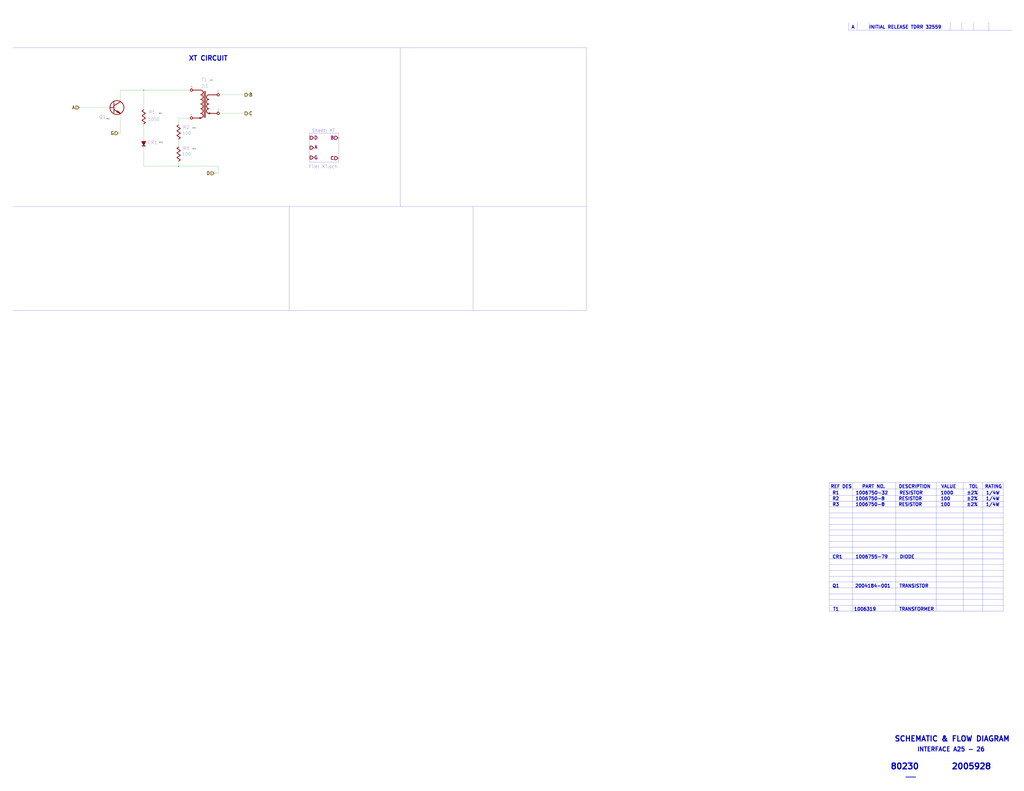
<source format=kicad_sch>
(kicad_sch (version 20211123) (generator eeschema)
  (paper "E")
  (lib_symbols
    (symbol "AGC_DSKY:Diode" (pin_numbers hide) (pin_names (offset 1.016) hide)
      (property "Reference" "CR" (at 0 5.08 0))
      (symbol "Diode_0_1"
        (polyline (pts (xy -2.54 -1.27) (xy -2.54 -1.905)) (stroke (width 0.762)))
        (polyline (pts (xy -2.54 1.27) (xy -2.54 -1.27)) (stroke (width 0.762)))
        (polyline (pts (xy -2.54 1.27) (xy -2.54 1.905)) (stroke (width 0.762)))
        (polyline (pts (xy -2.54 0) (xy 2.54 -2.54) (xy 2.54 2.54) (xy -2.54 0)) (stroke (width 0.2032)) (fill (type outline)))
      )
      (symbol "Diode_1_1"
        (pin passive line (at -5.08 0 0) (length 2.54) (name "K") (number "1"))
        (pin passive line (at 5.08 0 180) (length 2.54) (name "A") (number "2"))
      )
    )
    (symbol "AGC_DSKY:HierBody" (pin_numbers hide) (pin_names (offset 0) hide)
      (symbol "HierBody_0_1"
        (polyline (pts (xy 1.905 0) (xy -0.127 -1.778) (xy -1.905 -1.778) (xy -1.905 1.778) (xy -0.127 1.778) (xy 1.905 0)) (stroke (width 0.762)))
      )
    )
    (symbol "AGC_DSKY:Resistor" (pin_numbers hide) (pin_names (offset 0) hide)
      (property "Reference" "R" (at -0.635 -4.445 0))
      (symbol "Resistor_0_1"
        (polyline (pts (xy -7.62 0) (xy -6.35 -1.905) (xy -3.81 1.905) (xy -1.27 -1.905) (xy 1.27 1.905) (xy 3.81 -1.905) (xy 6.35 1.905) (xy 7.62 0)) (stroke (width 0.762)))
      )
      (symbol "Resistor_1_1"
        (pin passive line (at -10.16 0 0) (length 2.54) (name "1") (number "1"))
        (pin passive line (at 10.16 0 180) (length 2.54) (name "2") (number "2"))
      )
    )
    (symbol "AGC_DSKY:Transformer" (pin_numbers hide) (pin_names (offset 0) hide)
      (property "Reference" "T" (at 0.635 24.13 0))
      (symbol "Transformer_0_0"
        (circle (center -14.605 -15.24) (radius 1.27) (stroke (width 0.762)))
        (circle (center -14.605 15.24) (radius 1.27) (stroke (width 0.762)))
        (arc (start -4.445 -15.24) (mid -1.905 -12.7) (end -4.445 -10.16) (stroke (width 0.762)))
        (arc (start -4.445 -10.16) (mid -1.905 -7.62) (end -4.445 -5.08) (stroke (width 0.762)))
        (arc (start -4.445 -5.08) (mid -1.905 -2.54) (end -4.445 0) (stroke (width 0.762)))
        (arc (start -4.445 0) (mid -1.905 2.54) (end -4.445 5.08) (stroke (width 0.762)))
        (arc (start -4.445 5.08) (mid -1.905 7.62) (end -4.445 10.16) (stroke (width 0.762)))
        (arc (start -4.445 10.16) (mid -1.905 12.7) (end -4.445 15.24) (stroke (width 0.762)))
        (polyline (pts (xy -4.445 -15.24) (xy -13.335 -15.24)) (stroke (width 0.762)))
        (polyline (pts (xy -4.445 15.24) (xy -13.335 15.24)) (stroke (width 0.762)))
        (polyline (pts (xy -0.635 13.97) (xy -0.635 -14.605)) (stroke (width 0.762)))
        (polyline (pts (xy 4.445 -10.16) (xy 13.335 -10.16)) (stroke (width 0.762)))
        (polyline (pts (xy 13.335 10.16) (xy 4.445 10.16)) (stroke (width 0.762)))
        (circle (center 14.605 -10.16) (radius 1.27) (stroke (width 0.762)))
        (circle (center 14.605 10.16) (radius 1.27) (stroke (width 0.762)))
        (text "1" (at 14.605 13.335 0) (effects (font (size 2.54 2.54))))
        (text "2" (at 14.605 -6.985 0) (effects (font (size 2.54 2.54))))
        (text "3" (at -14.605 18.415 0) (effects (font (size 2.54 2.54))))
        (text "4" (at -14.605 -12.065 0) (effects (font (size 2.54 2.54))))
      )
      (symbol "Transformer_0_1"
        (rectangle (start -4.445 -14.605) (end -5.715 -15.875) (stroke (width 0.4064)) (fill (type outline)))
      )
      (symbol "Transformer_0_2"
        (polyline (pts (xy -4.445 15.875) (xy -4.445 14.605) (xy -5.715 14.605) (xy -5.715 15.875) (xy -4.445 15.875)) (stroke (width 0.762)))
        (polyline (pts (xy 4.445 10.795) (xy 4.445 9.525) (xy 5.715 9.525) (xy 5.715 10.795) (xy 4.445 10.795)) (stroke (width 0.762)))
      )
      (symbol "Transformer_1_0"
        (polyline (pts (xy 0.635 -14.605) (xy 0.635 13.97)) (stroke (width 0.762)))
        (arc (start 4.445 -5.08) (mid 1.905 -7.62) (end 4.445 -10.16) (stroke (width 0.762)))
        (arc (start 4.445 0) (mid 1.905 -2.54) (end 4.445 -5.08) (stroke (width 0.762)))
        (arc (start 4.445 5.08) (mid 1.905 2.54) (end 4.445 0) (stroke (width 0.762)))
        (arc (start 4.445 10.16) (mid 1.905 7.62) (end 4.445 5.08) (stroke (width 0.762)))
        (pin passive line (at -15.875 15.24 0) (length 0) (name "3") (number "3"))
      )
      (symbol "Transformer_1_1"
        (rectangle (start 4.445 -10.795) (end 5.715 -9.525) (stroke (width 0.4064)) (fill (type outline)))
        (pin passive line (at 15.875 10.16 180) (length 0) (name "1") (number "1"))
        (pin passive line (at 15.875 -10.16 180) (length 0) (name "2") (number "2"))
        (pin passive line (at -15.875 -15.24 0) (length 0) (name "4") (number "4"))
      )
      (symbol "Transformer_1_2"
        (pin passive line (at 15.875 10.16 180) (length 0) (name "1") (number "1"))
        (pin passive line (at 15.875 -10.16 180) (length 0) (name "2") (number "2"))
        (pin passive line (at -15.875 15.24 0) (length 0) (name "3") (number "3"))
        (pin passive line (at -15.875 -15.24 0) (length 0) (name "4") (number "4"))
      )
    )
    (symbol "AGC_DSKY:Transistor-NPN" (pin_numbers hide) (pin_names (offset 0) hide)
      (property "Reference" "Q" (at 0 10.541 0))
      (symbol "Transistor-NPN_0_1"
        (polyline (pts (xy -3.302 -2.032) (xy 3.81 -6.35)) (stroke (width 0.762)))
        (polyline (pts (xy -3.302 2.032) (xy 3.81 6.35)) (stroke (width 0.762)))
        (polyline (pts (xy -3.302 5.969) (xy -3.302 -5.715)) (stroke (width 0.762)))
        (polyline (pts (xy -3.302 0) (xy -7.62 0) (xy -7.493 0)) (stroke (width 0.762)))
        (polyline (pts (xy -0.127 -4.826) (xy 0.635 -3.556) (xy 3.81 -6.35) (xy -0.254 -4.953)) (stroke (width 0.762)) (fill (type outline)))
        (circle (center 0 0) (radius 7.62) (stroke (width 0.762)))
      )
      (symbol "Transistor-NPN_1_1"
        (pin passive line (at 3.81 6.35 180) (length 0) (name "C") (number "1"))
        (pin passive line (at -7.62 0 0) (length 0) (name "B") (number "2"))
        (pin passive line (at 3.81 -6.35 180) (length 0) (name "E") (number "3"))
      )
    )
  )
  (junction (at 194.945 181.61))
  (junction (at 156.845 98.425))
  (polyline (pts (xy 905.0528 527.0754) (xy 1094.9178 527.0754)) (stroke (width 0) (type solid)))
  (polyline (pts (xy 315.595 225.425) (xy 315.595 339.09)) (stroke (width 0) (type solid)))
  (polyline (pts (xy 905.0528 654.7104) (xy 1094.9178 654.7104)) (stroke (width 0) (type solid)))
  (polyline (pts (xy 337.82 177.165) (xy 369.57 177.165)) (stroke (width 0) (type solid)))
  (wire (pts (xy 120.015 117.475) (xy 86.36 117.475)))
  (polyline (pts (xy 1049.8074 32.9946) (xy 1049.8074 24.7396)) (stroke (width 0.1524) (type solid)))
  (polyline (pts (xy 436.88 224.79) (xy 437.515 224.79)))
  (wire (pts (xy 194.945 158.115) (xy 194.945 154.305)))
  (wire (pts (xy 131.445 111.125) (xy 131.445 98.425)))
  (wire (pts (xy 194.945 128.905) (xy 207.645 128.905)))
  (wire (pts (xy 238.125 189.23) (xy 233.68 189.23)))
  (polyline (pts (xy 930.4528 527.0754) (xy 930.4528 667.4104)) (stroke (width 0) (type solid)))
  (polyline (pts (xy 1062.5074 32.9946) (xy 1062.5074 24.7396)) (stroke (width 0.1524) (type solid)))
  (wire (pts (xy 238.125 181.61) (xy 238.125 189.23)))
  (wire (pts (xy 239.395 123.825) (xy 267.335 123.825)))
  (polyline (pts (xy 1104.9 33.02) (xy 926.1094 33.02)) (stroke (width 0.1524) (type solid)))
  (polyline (pts (xy 1037.1074 32.9946) (xy 1037.1074 24.7396)) (stroke (width 0.1524) (type solid)))
  (polyline (pts (xy 935.7106 33.02) (xy 935.7106 24.765)) (stroke (width 0.1524) (type solid)))
  (polyline (pts (xy 13.97 339.09) (xy 640.08 339.09)) (stroke (width 0) (type solid)))
  (polyline (pts (xy 1072.6928 527.0754) (xy 1072.6928 667.4104)) (stroke (width 0) (type solid)))
  (polyline (pts (xy 13.97 225.425) (xy 640.08 225.425)) (stroke (width 0) (type solid)))
  (wire (pts (xy 128.905 145.415) (xy 131.445 145.415)))
  (polyline (pts (xy 905.0528 565.8104) (xy 1094.9178 565.8104)) (stroke (width 0) (type solid)))
  (wire (pts (xy 156.845 137.795) (xy 156.845 151.765)))
  (wire (pts (xy 131.445 98.425) (xy 156.845 98.425)))
  (polyline (pts (xy 948.69 32.9946) (xy 948.69 24.7396)) (stroke (width 0.1524) (type solid)))
  (polyline (pts (xy 905.0528 578.5104) (xy 1094.9178 578.5104)) (stroke (width 0) (type solid)))
  (polyline (pts (xy 926.1094 33.02) (xy 926.1094 24.765)) (stroke (width 0.1524) (type solid)))
  (polyline (pts (xy 905.0528 616.6104) (xy 1094.9178 616.6104)) (stroke (width 0) (type solid)))
  (polyline (pts (xy 369.57 145.415) (xy 337.82 145.415)) (stroke (width 0) (type solid)))
  (polyline (pts (xy 905.0528 642.0104) (xy 1094.9178 642.0104)) (stroke (width 0) (type solid)))
  (polyline (pts (xy 1094.9178 534.0604) (xy 905.0528 534.0604)) (stroke (width 0) (type solid)))
  (wire (pts (xy 194.945 181.61) (xy 238.125 181.61)))
  (polyline (pts (xy 1094.9178 622.9604) (xy 905.0528 622.9604)) (stroke (width 0) (type solid)))
  (polyline (pts (xy 1094.9178 661.0604) (xy 905.0528 661.0604)) (stroke (width 0) (type solid)))
  (polyline (pts (xy 905.0528 541.0454) (xy 1094.9178 541.0454)) (stroke (width 0) (type solid)))
  (polyline (pts (xy 905.0528 629.3104) (xy 1094.9178 629.3104)) (stroke (width 0) (type solid)))
  (polyline (pts (xy 1094.9178 597.5604) (xy 905.0528 597.5604)) (stroke (width 0) (type solid)))
  (polyline (pts (xy 905.0528 572.7954) (xy 1094.9178 572.7954)) (stroke (width 0) (type solid)))
  (wire (pts (xy 194.945 133.985) (xy 194.945 128.905)))
  (polyline (pts (xy 905.0528 667.4104) (xy 1094.9178 667.4104)) (stroke (width 0) (type solid)))
  (polyline (pts (xy 516.255 225.425) (xy 516.255 339.09)) (stroke (width 0) (type solid)))
  (polyline (pts (xy 977.4428 527.0754) (xy 977.4428 667.4104)) (stroke (width 0) (type solid)))
  (polyline (pts (xy 13.97 52.07) (xy 640.08 52.07)) (stroke (width 0) (type solid)))
  (polyline (pts (xy 369.57 177.165) (xy 369.57 145.415)) (stroke (width 0) (type solid)))
  (polyline (pts (xy 905.0528 527.0754) (xy 905.0528 667.4104)) (stroke (width 0) (type solid)))
  (polyline (pts (xy 640.08 52.07) (xy 640.08 339.09)) (stroke (width 0) (type solid)))
  (polyline (pts (xy 905.0528 591.2104) (xy 1094.9178 591.2104)) (stroke (width 0) (type solid)))
  (polyline (pts (xy 436.88 52.07) (xy 436.88 224.79)) (stroke (width 0) (type solid)))
  (wire (pts (xy 156.845 98.425) (xy 156.845 117.475)))
  (polyline (pts (xy 1094.9178 547.3954) (xy 905.0528 547.3954)) (stroke (width 0) (type solid)))
  (polyline (pts (xy 1094.9178 610.2604) (xy 905.0528 610.2604)) (stroke (width 0) (type solid)))
  (polyline (pts (xy 905.0528 553.7454) (xy 1094.9178 553.7454)) (stroke (width 0) (type solid)))
  (polyline (pts (xy 1021.8928 527.0754) (xy 1021.8928 667.4104)) (stroke (width 0) (type solid)))
  (polyline (pts (xy 1094.9178 648.3604) (xy 905.0528 648.3604)) (stroke (width 0) (type solid)))
  (wire (pts (xy 156.845 161.925) (xy 156.845 181.61)))
  (wire (pts (xy 194.945 178.435) (xy 194.945 181.61)))
  (wire (pts (xy 131.445 145.415) (xy 131.445 123.825)))
  (polyline (pts (xy 1094.9178 527.0754) (xy 1094.9178 667.4104)) (stroke (width 0) (type solid)))
  (polyline (pts (xy 1094.9178 560.0954) (xy 905.0528 560.0954)) (stroke (width 0) (type solid)))
  (polyline (pts (xy 1094.9178 635.6604) (xy 905.0528 635.6604)) (stroke (width 0) (type solid)))
  (polyline (pts (xy 1051.1028 527.0754) (xy 1051.1028 667.4104)) (stroke (width 0) (type solid)))
  (polyline (pts (xy 337.82 145.415) (xy 337.82 177.165)) (stroke (width 0) (type solid)))
  (wire (pts (xy 267.335 103.505) (xy 239.395 103.505)))
  (wire (pts (xy 156.845 98.425) (xy 207.645 98.425)))
  (polyline (pts (xy 905.0528 584.8604) (xy 1094.9178 584.8604)) (stroke (width 0) (type solid)))
  (polyline (pts (xy 905.0528 603.9104) (xy 1094.9178 603.9104)) (stroke (width 0) (type solid)))
  (polyline (pts (xy 1078.992 32.9946) (xy 1078.992 24.7396)) (stroke (width 0.1524) (type solid)))
  (polyline (pts (xy 437.515 224.79) (xy 437.515 225.425)))
  (wire (pts (xy 156.845 181.61) (xy 194.945 181.61)))
  (text "A      INITIAL RELEASE TDRR 32559" (at 929.005 31.75 0) (effects (font (size 3.556 3.556) (thickness 0.7112) bold) (justify left bottom)))
  (text "R1" (at 908.2278 540.4104 0) (effects (font (size 3.556 3.556) (thickness 0.7112) bold) (justify left bottom)))
  (text "R2" (at 908.2278 546.7604 0) (effects (font (size 3.556 3.556) (thickness 0.7112) bold) (justify left bottom)))
  (text "1006319" (at 931.7228 667.4104 0) (effects (font (size 3.556 3.556) (thickness 0.7112) bold) (justify left bottom)))
  (text "RESISTOR" (at 980.44 553.085 0) (effects (font (size 3.556 3.556) (thickness 0.7112) bold) (justify left bottom)))
  (text "100" (at 1026.3378 546.7604 0) (effects (font (size 3.556 3.556) (thickness 0.7112) bold) (justify left bottom)))
  (text "100" (at 1026.3378 553.1104 0) (effects (font (size 3.556 3.556) (thickness 0.7112) bold) (justify left bottom)))
  (text "PART NO." (at 940.6128 533.4254 0) (effects (font (size 3.556 3.556) (thickness 0.7112) bold) (justify left bottom)))
  (text "1006755-79" (at 933.45 610.235 0) (effects (font (size 3.556 3.556) (thickness 0.7112) bold) (justify left bottom)))
  (text "±2%" (at 1054.735 546.735 0) (effects (font (size 3.556 3.556) (thickness 0.7112) bold) (justify left bottom)))
  (text "R3" (at 908.2278 553.1104 0) (effects (font (size 3.556 3.556) (thickness 0.7112) bold) (justify left bottom)))
  (text "±2%" (at 1054.9128 540.4104 0) (effects (font (size 3.556 3.556) (thickness 0.7112) bold) (justify left bottom)))
  (text "1/4W" (at 1075.8678 540.4104 0) (effects (font (size 3.556 3.556) (thickness 0.7112) bold) (justify left bottom)))
  (text "1006750-32" (at 933.6278 540.4104 0) (effects (font (size 3.556 3.556) (thickness 0.7112) bold) (justify left bottom)))
  (text "XT CIRCUIT" (at 205.74 66.675 0) (effects (font (size 5.08 5.08) (thickness 1.016) bold) (justify left bottom)))
  (text "CR1" (at 908.2278 610.2604 0) (effects (font (size 3.556 3.556) (thickness 0.7112) bold) (justify left bottom)))
  (text "1006750-8" (at 933.45 546.735 0) (effects (font (size 3.556 3.556) (thickness 0.7112) bold) (justify left bottom)))
  (text "VALUE" (at 1026.9728 533.4254 0) (effects (font (size 3.556 3.556) (thickness 0.7112) bold) (justify left bottom)))
  (text "TRANSFORMER" (at 981.075 667.385 0) (effects (font (size 3.556 3.556) (thickness 0.7112) bold) (justify left bottom)))
  (text "INTERFACE A25 - 26" (at 1000.76 821.055 0) (effects (font (size 4.572 4.572) (thickness 0.9144) bold) (justify left bottom)))
  (text "Q1" (at 908.2278 642.0104 0) (effects (font (size 3.556 3.556) (thickness 0.7112) bold) (justify left bottom)))
  (text "±2%" (at 1054.735 553.085 0) (effects (font (size 3.556 3.556) (thickness 0.7112) bold) (justify left bottom)))
  (text "DIODE" (at 981.71 610.235 0) (effects (font (size 3.556 3.556) (thickness 0.7112) bold) (justify left bottom)))
  (text "TRANSISTOR" (at 981.2528 642.0104 0) (effects (font (size 3.556 3.556) (thickness 0.7112) bold) (justify left bottom)))
  (text "2005928" (at 1038.225 840.74 0) (effects (font (size 6.35 6.35) (thickness 1.27) bold) (justify left bottom)))
  (text "Sheet: XT" (at 365.76 144.78 180) (effects (font (size 3.556 3.556)) (justify right bottom)))
  (text "REF DES" (at 906.3228 533.4254 0) (effects (font (size 3.556 3.556) (thickness 0.7112) bold) (justify left bottom)))
  (text "1/4W" (at 1075.69 546.735 0) (effects (font (size 3.556 3.556) (thickness 0.7112) bold) (justify left bottom)))
  (text "TOL" (at 1057.4528 533.4254 0) (effects (font (size 3.556 3.556) (thickness 0.7112) bold) (justify left bottom)))
  (text "DESCRIPTION" (at 980.6178 533.4254 0) (effects (font (size 3.556 3.556) (thickness 0.7112) bold) (justify left bottom)))
  (text "RESISTOR" (at 981.2528 540.4104 0) (effects (font (size 3.556 3.556) (thickness 0.7112) bold) (justify left bottom)))
  (text "1000" (at 1026.3378 540.4104 0) (effects (font (size 3.556 3.556) (thickness 0.7112) bold) (justify left bottom)))
  (text "80230" (at 971.55 840.74 0) (effects (font (size 6.35 6.35) (thickness 1.27) bold) (justify left bottom)))
  (text "2004184-001" (at 932.9928 642.0104 0) (effects (font (size 3.556 3.556) (thickness 0.7112) bold) (justify left bottom)))
  (text "1006750-8" (at 933.45 553.085 0) (effects (font (size 3.556 3.556) (thickness 0.7112) bold) (justify left bottom)))
  (text "File: XT.sch" (at 368.3 184.15 180) (effects (font (size 3.556 3.556)) (justify right bottom)))
  (text "T1" (at 908.8628 667.4104 0) (effects (font (size 3.556 3.556) (thickness 0.7112) bold) (justify left bottom)))
  (text "____" (at 988.06 848.995 0) (effects (font (size 3.556 3.556) (thickness 0.7112) bold) (justify left bottom)))
  (text "RATING" (at 1074.5978 533.4254 0) (effects (font (size 3.556 3.556) (thickness 0.7112) bold) (justify left bottom)))
  (text "1/4W" (at 1075.69 553.085 0) (effects (font (size 3.556 3.556) (thickness 0.7112) bold) (justify left bottom)))
  (text "SCHEMATIC & FLOW DIAGRAM" (at 975.995 810.26 0) (effects (font (size 5.715 5.715) (thickness 1.143) bold) (justify left bottom)))
  (text "RESISTOR" (at 980.44 546.735 0) (effects (font (size 3.556 3.556) (thickness 0.7112) bold) (justify left bottom)))
  (hierarchical_label "A" (shape input) (at 86.36 117.475 180) (effects (font (size 3.556 3.556) (thickness 0.7112) bold)))
  (hierarchical_label "B" (shape output) (at 267.335 103.505 0) (effects (font (size 3.556 3.556) (thickness 0.7112) bold)))
  (hierarchical_label "G" (shape input) (at 128.905 145.415 180) (effects (font (size 3.556 3.556) (thickness 0.7112) bold)))
  (hierarchical_label "D" (shape input) (at 233.68 189.23 180) (effects (font (size 3.556 3.556) (thickness 0.7112) bold)))
  (hierarchical_label "C" (shape output) (at 267.335 123.825 0) (effects (font (size 3.556 3.556) (thickness 0.7112) bold)))
  (symbol (lib_id "AGC_DSKY:Transistor-NPN") (at 127.635 117.475 0)
    (property "Reference" "8Q1" (at 118.11 129.54 0))
    (property "Value" "Transistor-NPN" (effects hide))
    (property "baseRefd" "Q1" (at 111.76 127.635 0) (effects (font (size 3.556 3.556))))
  )
  (symbol (lib_id "AGC_DSKY:Resistor") (at 156.845 127.635 270)
    (property "Reference" "8R1" (at 175.26 123.825 90))
    (property "Value" "1000" (at 167.64 130.175 90) (effects (font (size 3.302 3.302))))
    (property "baseRefd" "R1" (at 165.735 122.555 90) (effects (font (size 3.556 3.556))))
  )
  (symbol (lib_id "AGC_DSKY:Resistor") (at 194.945 144.145 270)
    (property "Reference" "8R2" (at 212.09 139.7 90))
    (property "Value" "100" (at 203.835 145.415 90) (effects (font (size 3.302 3.302))))
    (property "baseRefd" "R2" (at 203.2 139.065 90) (effects (font (size 3.556 3.556))))
  )
  (symbol (lib_id "AGC_DSKY:Resistor") (at 194.945 168.275 270)
    (property "Reference" "8R3" (at 212.09 162.56 90))
    (property "Value" "100" (at 203.835 168.275 90) (effects (font (size 3.302 3.302))))
    (property "baseRefd" "R3" (at 203.2 161.925 90) (effects (font (size 3.556 3.556))))
  )
  (symbol (lib_id "AGC_DSKY:Diode") (at 156.845 156.845 90)
    (property "Reference" "8CR1" (at 175.895 155.575 90))
    (property "Value" "Diode" (effects hide))
    (property "baseRefd" "CR1" (at 166.37 155.575 90) (effects (font (size 3.556 3.556))))
  )
  (symbol (lib_id "AGC_DSKY:Transformer") (at 223.52 113.665 0)
    (property "Reference" "8T1" (at 231.14 87.63 0))
    (property "Value" "2:1" (at 223.52 93.98 0) (effects (font (size 3.302 3.302))))
    (property "baseRefd" "T1" (at 222.885 86.995 0) (effects (font (size 3.556 3.556))))
  )
  (symbol (lib_id "AGC_DSKY:HierBody") (at 340.36 161.29 0)
    (property "Reference" "N1402" (effects hide))
    (property "Value" "HierBody" (effects hide))
    (property "Caption2" "A" (at 344.805 160.655 0) (effects (font (size 3.556 3.556) bold)))
  )
  (symbol (lib_id "AGC_DSKY:HierBody") (at 340.36 150.495 0)
    (property "Reference" "N1401" (effects hide))
    (property "Value" "HierBody" (effects hide))
    (property "Caption2" "D" (at 344.805 150.495 0) (effects (font (size 3.556 3.556) bold)))
  )
  (symbol (lib_id "AGC_DSKY:HierBody") (at 340.36 172.085 0)
    (property "Reference" "N1403" (effects hide))
    (property "Value" "HierBody" (effects hide))
    (property "Caption2" "G" (at 344.805 172.085 0) (effects (font (size 3.556 3.556) bold)))
  )
  (symbol (lib_id "AGC_DSKY:HierBody") (at 367.03 150.495 0)
    (property "Reference" "N1404" (effects hide))
    (property "Value" "HierBody" (effects hide))
    (property "Caption2" "B" (at 362.585 150.495 0) (effects (font (size 3.556 3.556) bold)))
  )
  (symbol (lib_id "AGC_DSKY:HierBody") (at 367.03 172.72 0)
    (property "Reference" "N1405" (effects hide))
    (property "Value" "HierBody" (effects hide))
    (property "Caption2" "C" (at 362.585 172.72 0) (effects (font (size 3.556 3.556) bold)))
  )
)
</source>
